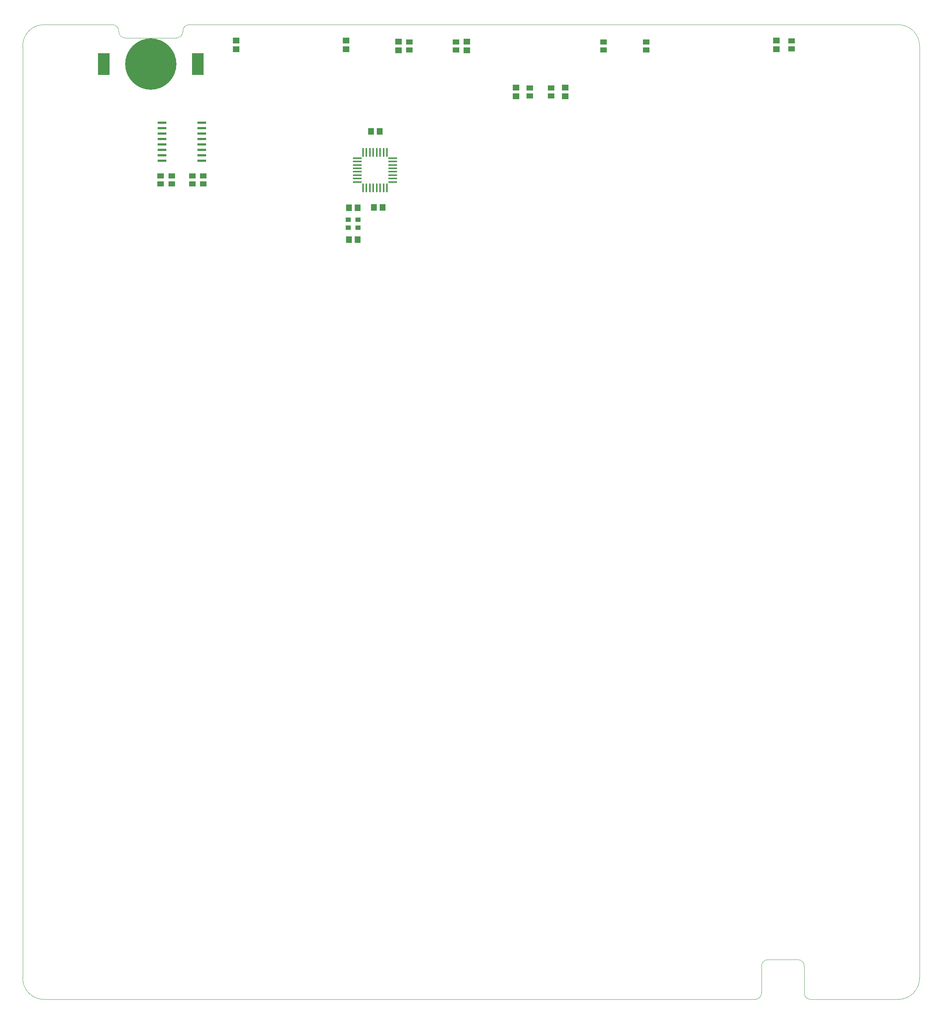
<source format=gbp>
%FSLAX46Y46*%
G04 Gerber Fmt 4.6, Leading zero omitted, Abs format (unit mm)*
G04 Created by KiCad (PCBNEW (2014-jul-16 BZR unknown)-product) date Friday 10 October 2014 10:21:04 PM IST*
%MOMM*%
G01*
G04 APERTURE LIST*
%ADD10C,0.150000*%
%ADD11C,0.100000*%
%ADD12R,1.998980X0.599440*%
%ADD13R,1.498600X1.300480*%
%ADD14R,1.300480X1.049020*%
%ADD15R,0.449580X1.998980*%
%ADD16R,1.998980X0.449580*%
%ADD17R,1.550000X1.350000*%
%ADD18R,1.350000X1.550000*%
%ADD19R,2.800000X5.100000*%
%ADD20C,12.000000*%
G04 APERTURE END LIST*
D10*
D11*
X264000000Y-46000000D02*
X264000000Y-264000000D01*
X93000000Y-41000000D02*
X259000000Y-41000000D01*
X75000000Y-41000000D02*
X59000000Y-41000000D01*
X76500000Y-42500000D02*
X76500000Y-42600000D01*
X76500000Y-42500000D02*
G75*
G03X75000000Y-41000000I-1500000J0D01*
G74*
G01*
X91500000Y-42500000D02*
X91500000Y-42600000D01*
X93000000Y-41000000D02*
G75*
G03X91500000Y-42500000I0J-1500000D01*
G74*
G01*
X90000000Y-44100000D02*
G75*
G03X91500000Y-42600000I0J1500000D01*
G74*
G01*
X76500000Y-42600000D02*
G75*
G03X78000000Y-44100000I1500000J0D01*
G74*
G01*
X84000000Y-44100000D02*
X90000000Y-44100000D01*
X84000000Y-44100000D02*
X78000000Y-44100000D01*
X54000000Y-264000000D02*
X54000000Y-46000000D01*
X225500000Y-269000000D02*
X59000000Y-269000000D01*
X259000000Y-269000000D02*
X238500000Y-269000000D01*
X259000000Y-269000000D02*
G75*
G03X264000000Y-264000000I0J5000000D01*
G74*
G01*
X264000000Y-46000000D02*
G75*
G03X259000000Y-41000000I-5000000J0D01*
G74*
G01*
X59000000Y-41000000D02*
G75*
G03X54000000Y-46000000I0J-5000000D01*
G74*
G01*
X54000000Y-264000000D02*
G75*
G03X59000000Y-269000000I5000000J0D01*
G74*
G01*
X237000000Y-267500000D02*
X237000000Y-261200000D01*
X227000000Y-261200000D02*
X227000000Y-267500000D01*
X225500000Y-269000000D02*
G75*
G03X227000000Y-267500000I0J1500000D01*
G74*
G01*
X237000000Y-267500000D02*
G75*
G03X238500000Y-269000000I1500000J0D01*
G74*
G01*
X237000000Y-261200000D02*
G75*
G03X235500000Y-259700000I-1500000J0D01*
G74*
G01*
X228500000Y-259700000D02*
G75*
G03X227000000Y-261200000I0J-1500000D01*
G74*
G01*
X235500000Y-259700000D02*
X228500000Y-259700000D01*
D12*
X86649260Y-72845000D03*
X86649260Y-71575000D03*
X86649260Y-70305000D03*
X86649260Y-69035000D03*
X86649260Y-67765000D03*
X86649260Y-66495000D03*
X86649260Y-65225000D03*
X86649260Y-63955000D03*
X95950740Y-63955000D03*
X95950740Y-65225000D03*
X95950740Y-66495000D03*
X95950740Y-67765000D03*
X95950740Y-69035000D03*
X95950740Y-70305000D03*
X95950740Y-71575000D03*
X95950740Y-72845000D03*
D13*
X86300000Y-78252500D03*
X86300000Y-76347500D03*
X88900000Y-78252500D03*
X88900000Y-76347500D03*
X93700000Y-78252500D03*
X93700000Y-76347500D03*
D14*
X132543000Y-88502500D03*
X130257000Y-86597500D03*
X132543000Y-86597500D03*
X130257000Y-88502500D03*
D15*
X133700920Y-79150360D03*
X134501020Y-79150360D03*
X135301120Y-79150360D03*
X136101220Y-79150360D03*
X136898780Y-79150360D03*
X137698880Y-79150360D03*
X138498980Y-79150360D03*
X139299080Y-79150360D03*
X139299080Y-70849640D03*
X133700920Y-70849640D03*
X134501020Y-70849640D03*
X135301120Y-70849640D03*
X136101220Y-70849640D03*
X136898780Y-70849640D03*
X137698880Y-70849640D03*
X138498980Y-70849640D03*
D16*
X140650360Y-77799080D03*
X140650360Y-76998980D03*
X140650360Y-76198880D03*
X140650360Y-75398780D03*
X140650360Y-74601220D03*
X140650360Y-73801120D03*
X140650360Y-73001020D03*
X140650360Y-72200920D03*
X132349640Y-77799080D03*
X132349640Y-76998980D03*
X132349640Y-76198880D03*
X132349640Y-75398780D03*
X132349640Y-74601220D03*
X132349640Y-73801120D03*
X132349640Y-73001020D03*
X132349640Y-72200920D03*
D13*
X144500000Y-45047500D03*
X144500000Y-46952500D03*
X155500000Y-46952500D03*
X155500000Y-45047500D03*
X190000000Y-45047500D03*
X190000000Y-46952500D03*
X200000000Y-45047500D03*
X200000000Y-46952500D03*
X234000000Y-46702500D03*
X234000000Y-44797500D03*
X96300000Y-78252500D03*
X96300000Y-76347500D03*
D17*
X230500000Y-44750000D03*
X230500000Y-46750000D03*
X158000000Y-45000000D03*
X158000000Y-47000000D03*
X142000000Y-45000000D03*
X142000000Y-47000000D03*
X129750000Y-46750000D03*
X129750000Y-44750000D03*
X104000000Y-46750000D03*
X104000000Y-44750000D03*
D18*
X135600000Y-66000000D03*
X137600000Y-66000000D03*
X136250000Y-83750000D03*
X138250000Y-83750000D03*
X132400000Y-83800000D03*
X130400000Y-83800000D03*
X132400000Y-91250000D03*
X130400000Y-91250000D03*
D17*
X181000000Y-55750000D03*
X181000000Y-57750000D03*
X169500000Y-55750000D03*
X169500000Y-57750000D03*
D13*
X177750000Y-57702500D03*
X177750000Y-55797500D03*
X172750000Y-57702500D03*
X172750000Y-55797500D03*
D19*
X95000000Y-50200000D03*
X73000000Y-50200000D03*
D20*
X84000000Y-50200000D03*
M02*

</source>
